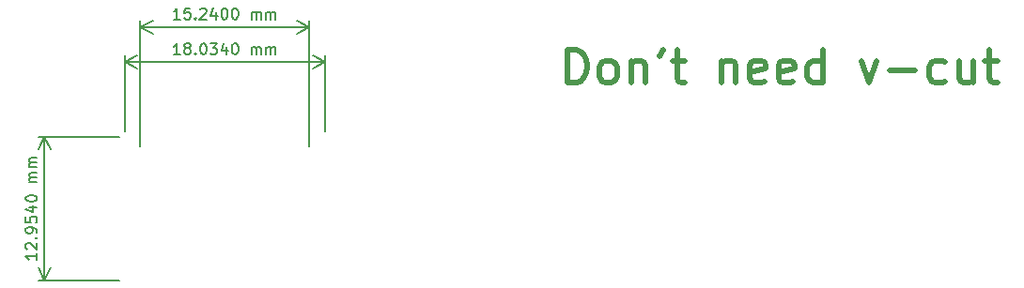
<source format=gbr>
%TF.GenerationSoftware,KiCad,Pcbnew,(6.0.7)*%
%TF.CreationDate,2023-04-16T01:29:03+08:00*%
%TF.ProjectId,typical,74797069-6361-46c2-9e6b-696361645f70,rev?*%
%TF.SameCoordinates,Original*%
%TF.FileFunction,Other,ECO1*%
%FSLAX46Y46*%
G04 Gerber Fmt 4.6, Leading zero omitted, Abs format (unit mm)*
G04 Created by KiCad (PCBNEW (6.0.7)) date 2023-04-16 01:29:03*
%MOMM*%
%LPD*%
G01*
G04 APERTURE LIST*
%ADD10C,0.500000*%
%ADD11C,0.150000*%
G04 APERTURE END LIST*
D10*
X107730142Y-47077142D02*
X107730142Y-44077142D01*
X108444428Y-44077142D01*
X108872999Y-44220000D01*
X109158714Y-44505714D01*
X109301571Y-44791428D01*
X109444428Y-45362857D01*
X109444428Y-45791428D01*
X109301571Y-46362857D01*
X109158714Y-46648571D01*
X108872999Y-46934285D01*
X108444428Y-47077142D01*
X107730142Y-47077142D01*
X111158714Y-47077142D02*
X110872999Y-46934285D01*
X110730142Y-46791428D01*
X110587285Y-46505714D01*
X110587285Y-45648571D01*
X110730142Y-45362857D01*
X110872999Y-45220000D01*
X111158714Y-45077142D01*
X111587285Y-45077142D01*
X111872999Y-45220000D01*
X112015857Y-45362857D01*
X112158714Y-45648571D01*
X112158714Y-46505714D01*
X112015857Y-46791428D01*
X111872999Y-46934285D01*
X111587285Y-47077142D01*
X111158714Y-47077142D01*
X113444428Y-45077142D02*
X113444428Y-47077142D01*
X113444428Y-45362857D02*
X113587285Y-45220000D01*
X113872999Y-45077142D01*
X114301571Y-45077142D01*
X114587285Y-45220000D01*
X114730142Y-45505714D01*
X114730142Y-47077142D01*
X116301571Y-44077142D02*
X116015857Y-44648571D01*
X117158714Y-45077142D02*
X118301571Y-45077142D01*
X117587285Y-44077142D02*
X117587285Y-46648571D01*
X117730142Y-46934285D01*
X118015857Y-47077142D01*
X118301571Y-47077142D01*
X121587285Y-45077142D02*
X121587285Y-47077142D01*
X121587285Y-45362857D02*
X121730142Y-45220000D01*
X122015857Y-45077142D01*
X122444428Y-45077142D01*
X122730142Y-45220000D01*
X122872999Y-45505714D01*
X122872999Y-47077142D01*
X125444428Y-46934285D02*
X125158714Y-47077142D01*
X124587285Y-47077142D01*
X124301571Y-46934285D01*
X124158714Y-46648571D01*
X124158714Y-45505714D01*
X124301571Y-45220000D01*
X124587285Y-45077142D01*
X125158714Y-45077142D01*
X125444428Y-45220000D01*
X125587285Y-45505714D01*
X125587285Y-45791428D01*
X124158714Y-46077142D01*
X128015857Y-46934285D02*
X127730142Y-47077142D01*
X127158714Y-47077142D01*
X126872999Y-46934285D01*
X126730142Y-46648571D01*
X126730142Y-45505714D01*
X126872999Y-45220000D01*
X127158714Y-45077142D01*
X127730142Y-45077142D01*
X128015857Y-45220000D01*
X128158714Y-45505714D01*
X128158714Y-45791428D01*
X126730142Y-46077142D01*
X130730142Y-47077142D02*
X130730142Y-44077142D01*
X130730142Y-46934285D02*
X130444428Y-47077142D01*
X129872999Y-47077142D01*
X129587285Y-46934285D01*
X129444428Y-46791428D01*
X129301571Y-46505714D01*
X129301571Y-45648571D01*
X129444428Y-45362857D01*
X129587285Y-45220000D01*
X129872999Y-45077142D01*
X130444428Y-45077142D01*
X130730142Y-45220000D01*
X134158714Y-45077142D02*
X134873000Y-47077142D01*
X135587285Y-45077142D01*
X136730142Y-45934285D02*
X139015857Y-45934285D01*
X141730142Y-46934285D02*
X141444428Y-47077142D01*
X140873000Y-47077142D01*
X140587285Y-46934285D01*
X140444428Y-46791428D01*
X140301571Y-46505714D01*
X140301571Y-45648571D01*
X140444428Y-45362857D01*
X140587285Y-45220000D01*
X140873000Y-45077142D01*
X141444428Y-45077142D01*
X141730142Y-45220000D01*
X144301571Y-45077142D02*
X144301571Y-47077142D01*
X143015857Y-45077142D02*
X143015857Y-46648571D01*
X143158714Y-46934285D01*
X143444428Y-47077142D01*
X143873000Y-47077142D01*
X144158714Y-46934285D01*
X144301571Y-46791428D01*
X145301571Y-45077142D02*
X146444428Y-45077142D01*
X145730142Y-44077142D02*
X145730142Y-46648571D01*
X145873000Y-46934285D01*
X146158714Y-47077142D01*
X146444428Y-47077142D01*
D11*
X72787380Y-44514380D02*
X72215952Y-44514380D01*
X72501666Y-44514380D02*
X72501666Y-43514380D01*
X72406428Y-43657238D01*
X72311190Y-43752476D01*
X72215952Y-43800095D01*
X73358809Y-43942952D02*
X73263571Y-43895333D01*
X73215952Y-43847714D01*
X73168333Y-43752476D01*
X73168333Y-43704857D01*
X73215952Y-43609619D01*
X73263571Y-43562000D01*
X73358809Y-43514380D01*
X73549285Y-43514380D01*
X73644523Y-43562000D01*
X73692142Y-43609619D01*
X73739761Y-43704857D01*
X73739761Y-43752476D01*
X73692142Y-43847714D01*
X73644523Y-43895333D01*
X73549285Y-43942952D01*
X73358809Y-43942952D01*
X73263571Y-43990571D01*
X73215952Y-44038190D01*
X73168333Y-44133428D01*
X73168333Y-44323904D01*
X73215952Y-44419142D01*
X73263571Y-44466761D01*
X73358809Y-44514380D01*
X73549285Y-44514380D01*
X73644523Y-44466761D01*
X73692142Y-44419142D01*
X73739761Y-44323904D01*
X73739761Y-44133428D01*
X73692142Y-44038190D01*
X73644523Y-43990571D01*
X73549285Y-43942952D01*
X74168333Y-44419142D02*
X74215952Y-44466761D01*
X74168333Y-44514380D01*
X74120714Y-44466761D01*
X74168333Y-44419142D01*
X74168333Y-44514380D01*
X74835000Y-43514380D02*
X74930238Y-43514380D01*
X75025476Y-43562000D01*
X75073095Y-43609619D01*
X75120714Y-43704857D01*
X75168333Y-43895333D01*
X75168333Y-44133428D01*
X75120714Y-44323904D01*
X75073095Y-44419142D01*
X75025476Y-44466761D01*
X74930238Y-44514380D01*
X74835000Y-44514380D01*
X74739761Y-44466761D01*
X74692142Y-44419142D01*
X74644523Y-44323904D01*
X74596904Y-44133428D01*
X74596904Y-43895333D01*
X74644523Y-43704857D01*
X74692142Y-43609619D01*
X74739761Y-43562000D01*
X74835000Y-43514380D01*
X75501666Y-43514380D02*
X76120714Y-43514380D01*
X75787380Y-43895333D01*
X75930238Y-43895333D01*
X76025476Y-43942952D01*
X76073095Y-43990571D01*
X76120714Y-44085809D01*
X76120714Y-44323904D01*
X76073095Y-44419142D01*
X76025476Y-44466761D01*
X75930238Y-44514380D01*
X75644523Y-44514380D01*
X75549285Y-44466761D01*
X75501666Y-44419142D01*
X76977857Y-43847714D02*
X76977857Y-44514380D01*
X76739761Y-43466761D02*
X76501666Y-44181047D01*
X77120714Y-44181047D01*
X77692142Y-43514380D02*
X77787380Y-43514380D01*
X77882619Y-43562000D01*
X77930238Y-43609619D01*
X77977857Y-43704857D01*
X78025476Y-43895333D01*
X78025476Y-44133428D01*
X77977857Y-44323904D01*
X77930238Y-44419142D01*
X77882619Y-44466761D01*
X77787380Y-44514380D01*
X77692142Y-44514380D01*
X77596904Y-44466761D01*
X77549285Y-44419142D01*
X77501666Y-44323904D01*
X77454047Y-44133428D01*
X77454047Y-43895333D01*
X77501666Y-43704857D01*
X77549285Y-43609619D01*
X77596904Y-43562000D01*
X77692142Y-43514380D01*
X79215952Y-44514380D02*
X79215952Y-43847714D01*
X79215952Y-43942952D02*
X79263571Y-43895333D01*
X79358809Y-43847714D01*
X79501666Y-43847714D01*
X79596904Y-43895333D01*
X79644523Y-43990571D01*
X79644523Y-44514380D01*
X79644523Y-43990571D02*
X79692142Y-43895333D01*
X79787380Y-43847714D01*
X79930238Y-43847714D01*
X80025476Y-43895333D01*
X80073095Y-43990571D01*
X80073095Y-44514380D01*
X80549285Y-44514380D02*
X80549285Y-43847714D01*
X80549285Y-43942952D02*
X80596904Y-43895333D01*
X80692142Y-43847714D01*
X80835000Y-43847714D01*
X80930238Y-43895333D01*
X80977857Y-43990571D01*
X80977857Y-44514380D01*
X80977857Y-43990571D02*
X81025476Y-43895333D01*
X81120714Y-43847714D01*
X81263571Y-43847714D01*
X81358809Y-43895333D01*
X81406428Y-43990571D01*
X81406428Y-44514380D01*
X67818000Y-51443000D02*
X67818000Y-44625580D01*
X85852000Y-51443000D02*
X85852000Y-44625580D01*
X67818000Y-45212000D02*
X85852000Y-45212000D01*
X67818000Y-45212000D02*
X85852000Y-45212000D01*
X67818000Y-45212000D02*
X68944504Y-45798421D01*
X67818000Y-45212000D02*
X68944504Y-44625579D01*
X85852000Y-45212000D02*
X84725496Y-44625579D01*
X85852000Y-45212000D02*
X84725496Y-45798421D01*
X59881380Y-62467619D02*
X59881380Y-63039047D01*
X59881380Y-62753333D02*
X58881380Y-62753333D01*
X59024238Y-62848571D01*
X59119476Y-62943809D01*
X59167095Y-63039047D01*
X58976619Y-62086666D02*
X58929000Y-62039047D01*
X58881380Y-61943809D01*
X58881380Y-61705714D01*
X58929000Y-61610476D01*
X58976619Y-61562857D01*
X59071857Y-61515238D01*
X59167095Y-61515238D01*
X59309952Y-61562857D01*
X59881380Y-62134285D01*
X59881380Y-61515238D01*
X59786142Y-61086666D02*
X59833761Y-61039047D01*
X59881380Y-61086666D01*
X59833761Y-61134285D01*
X59786142Y-61086666D01*
X59881380Y-61086666D01*
X59881380Y-60562857D02*
X59881380Y-60372380D01*
X59833761Y-60277142D01*
X59786142Y-60229523D01*
X59643285Y-60134285D01*
X59452809Y-60086666D01*
X59071857Y-60086666D01*
X58976619Y-60134285D01*
X58929000Y-60181904D01*
X58881380Y-60277142D01*
X58881380Y-60467619D01*
X58929000Y-60562857D01*
X58976619Y-60610476D01*
X59071857Y-60658095D01*
X59309952Y-60658095D01*
X59405190Y-60610476D01*
X59452809Y-60562857D01*
X59500428Y-60467619D01*
X59500428Y-60277142D01*
X59452809Y-60181904D01*
X59405190Y-60134285D01*
X59309952Y-60086666D01*
X58881380Y-59181904D02*
X58881380Y-59658095D01*
X59357571Y-59705714D01*
X59309952Y-59658095D01*
X59262333Y-59562857D01*
X59262333Y-59324761D01*
X59309952Y-59229523D01*
X59357571Y-59181904D01*
X59452809Y-59134285D01*
X59690904Y-59134285D01*
X59786142Y-59181904D01*
X59833761Y-59229523D01*
X59881380Y-59324761D01*
X59881380Y-59562857D01*
X59833761Y-59658095D01*
X59786142Y-59705714D01*
X59214714Y-58277142D02*
X59881380Y-58277142D01*
X58833761Y-58515238D02*
X59548047Y-58753333D01*
X59548047Y-58134285D01*
X58881380Y-57562857D02*
X58881380Y-57467619D01*
X58929000Y-57372380D01*
X58976619Y-57324761D01*
X59071857Y-57277142D01*
X59262333Y-57229523D01*
X59500428Y-57229523D01*
X59690904Y-57277142D01*
X59786142Y-57324761D01*
X59833761Y-57372380D01*
X59881380Y-57467619D01*
X59881380Y-57562857D01*
X59833761Y-57658095D01*
X59786142Y-57705714D01*
X59690904Y-57753333D01*
X59500428Y-57800952D01*
X59262333Y-57800952D01*
X59071857Y-57753333D01*
X58976619Y-57705714D01*
X58929000Y-57658095D01*
X58881380Y-57562857D01*
X59881380Y-56039047D02*
X59214714Y-56039047D01*
X59309952Y-56039047D02*
X59262333Y-55991428D01*
X59214714Y-55896190D01*
X59214714Y-55753333D01*
X59262333Y-55658095D01*
X59357571Y-55610476D01*
X59881380Y-55610476D01*
X59357571Y-55610476D02*
X59262333Y-55562857D01*
X59214714Y-55467619D01*
X59214714Y-55324761D01*
X59262333Y-55229523D01*
X59357571Y-55181904D01*
X59881380Y-55181904D01*
X59881380Y-54705714D02*
X59214714Y-54705714D01*
X59309952Y-54705714D02*
X59262333Y-54658095D01*
X59214714Y-54562857D01*
X59214714Y-54420000D01*
X59262333Y-54324761D01*
X59357571Y-54277142D01*
X59881380Y-54277142D01*
X59357571Y-54277142D02*
X59262333Y-54229523D01*
X59214714Y-54134285D01*
X59214714Y-53991428D01*
X59262333Y-53896190D01*
X59357571Y-53848571D01*
X59881380Y-53848571D01*
X67318000Y-51943000D02*
X59992580Y-51943000D01*
X67318000Y-64897000D02*
X59992580Y-64897000D01*
X60579000Y-51943000D02*
X60579000Y-64897000D01*
X60579000Y-51943000D02*
X60579000Y-64897000D01*
X60579000Y-51943000D02*
X59992579Y-53069504D01*
X60579000Y-51943000D02*
X61165421Y-53069504D01*
X60579000Y-64897000D02*
X61165421Y-63770496D01*
X60579000Y-64897000D02*
X59992579Y-63770496D01*
X72787380Y-41339380D02*
X72215952Y-41339380D01*
X72501666Y-41339380D02*
X72501666Y-40339380D01*
X72406428Y-40482238D01*
X72311190Y-40577476D01*
X72215952Y-40625095D01*
X73692142Y-40339380D02*
X73215952Y-40339380D01*
X73168333Y-40815571D01*
X73215952Y-40767952D01*
X73311190Y-40720333D01*
X73549285Y-40720333D01*
X73644523Y-40767952D01*
X73692142Y-40815571D01*
X73739761Y-40910809D01*
X73739761Y-41148904D01*
X73692142Y-41244142D01*
X73644523Y-41291761D01*
X73549285Y-41339380D01*
X73311190Y-41339380D01*
X73215952Y-41291761D01*
X73168333Y-41244142D01*
X74168333Y-41244142D02*
X74215952Y-41291761D01*
X74168333Y-41339380D01*
X74120714Y-41291761D01*
X74168333Y-41244142D01*
X74168333Y-41339380D01*
X74596904Y-40434619D02*
X74644523Y-40387000D01*
X74739761Y-40339380D01*
X74977857Y-40339380D01*
X75073095Y-40387000D01*
X75120714Y-40434619D01*
X75168333Y-40529857D01*
X75168333Y-40625095D01*
X75120714Y-40767952D01*
X74549285Y-41339380D01*
X75168333Y-41339380D01*
X76025476Y-40672714D02*
X76025476Y-41339380D01*
X75787380Y-40291761D02*
X75549285Y-41006047D01*
X76168333Y-41006047D01*
X76739761Y-40339380D02*
X76835000Y-40339380D01*
X76930238Y-40387000D01*
X76977857Y-40434619D01*
X77025476Y-40529857D01*
X77073095Y-40720333D01*
X77073095Y-40958428D01*
X77025476Y-41148904D01*
X76977857Y-41244142D01*
X76930238Y-41291761D01*
X76835000Y-41339380D01*
X76739761Y-41339380D01*
X76644523Y-41291761D01*
X76596904Y-41244142D01*
X76549285Y-41148904D01*
X76501666Y-40958428D01*
X76501666Y-40720333D01*
X76549285Y-40529857D01*
X76596904Y-40434619D01*
X76644523Y-40387000D01*
X76739761Y-40339380D01*
X77692142Y-40339380D02*
X77787380Y-40339380D01*
X77882619Y-40387000D01*
X77930238Y-40434619D01*
X77977857Y-40529857D01*
X78025476Y-40720333D01*
X78025476Y-40958428D01*
X77977857Y-41148904D01*
X77930238Y-41244142D01*
X77882619Y-41291761D01*
X77787380Y-41339380D01*
X77692142Y-41339380D01*
X77596904Y-41291761D01*
X77549285Y-41244142D01*
X77501666Y-41148904D01*
X77454047Y-40958428D01*
X77454047Y-40720333D01*
X77501666Y-40529857D01*
X77549285Y-40434619D01*
X77596904Y-40387000D01*
X77692142Y-40339380D01*
X79215952Y-41339380D02*
X79215952Y-40672714D01*
X79215952Y-40767952D02*
X79263571Y-40720333D01*
X79358809Y-40672714D01*
X79501666Y-40672714D01*
X79596904Y-40720333D01*
X79644523Y-40815571D01*
X79644523Y-41339380D01*
X79644523Y-40815571D02*
X79692142Y-40720333D01*
X79787380Y-40672714D01*
X79930238Y-40672714D01*
X80025476Y-40720333D01*
X80073095Y-40815571D01*
X80073095Y-41339380D01*
X80549285Y-41339380D02*
X80549285Y-40672714D01*
X80549285Y-40767952D02*
X80596904Y-40720333D01*
X80692142Y-40672714D01*
X80835000Y-40672714D01*
X80930238Y-40720333D01*
X80977857Y-40815571D01*
X80977857Y-41339380D01*
X80977857Y-40815571D02*
X81025476Y-40720333D01*
X81120714Y-40672714D01*
X81263571Y-40672714D01*
X81358809Y-40720333D01*
X81406428Y-40815571D01*
X81406428Y-41339380D01*
X69215000Y-52840000D02*
X69215000Y-41450580D01*
X84455000Y-52840000D02*
X84455000Y-41450580D01*
X69215000Y-42037000D02*
X84455000Y-42037000D01*
X69215000Y-42037000D02*
X84455000Y-42037000D01*
X69215000Y-42037000D02*
X70341504Y-42623421D01*
X69215000Y-42037000D02*
X70341504Y-41450579D01*
X84455000Y-42037000D02*
X83328496Y-41450579D01*
X84455000Y-42037000D02*
X83328496Y-42623421D01*
M02*

</source>
